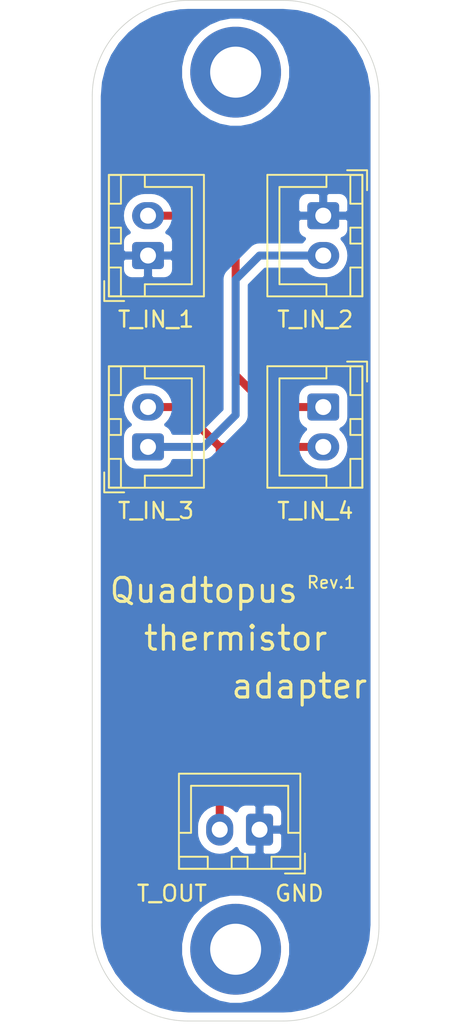
<source format=kicad_pcb>
(kicad_pcb (version 20171130) (host pcbnew 5.1.9+dfsg1-1)

  (general
    (thickness 1.6)
    (drawings 18)
    (tracks 14)
    (zones 0)
    (modules 7)
    (nets 5)
  )

  (page A4)
  (layers
    (0 F.Cu signal)
    (31 B.Cu signal)
    (32 B.Adhes user)
    (33 F.Adhes user)
    (34 B.Paste user)
    (35 F.Paste user)
    (36 B.SilkS user)
    (37 F.SilkS user)
    (38 B.Mask user)
    (39 F.Mask user)
    (40 Dwgs.User user)
    (41 Cmts.User user)
    (42 Eco1.User user)
    (43 Eco2.User user)
    (44 Edge.Cuts user)
    (45 Margin user)
    (46 B.CrtYd user)
    (47 F.CrtYd user)
    (48 B.Fab user)
    (49 F.Fab user)
  )

  (setup
    (last_trace_width 0.5)
    (user_trace_width 0.5)
    (trace_clearance 0.2)
    (zone_clearance 0.508)
    (zone_45_only no)
    (trace_min 0.2)
    (via_size 0.8)
    (via_drill 0.4)
    (via_min_size 0.4)
    (via_min_drill 0.3)
    (uvia_size 0.3)
    (uvia_drill 0.1)
    (uvias_allowed no)
    (uvia_min_size 0.2)
    (uvia_min_drill 0.1)
    (edge_width 0.05)
    (segment_width 0.2)
    (pcb_text_width 0.3)
    (pcb_text_size 1.5 1.5)
    (mod_edge_width 0.12)
    (mod_text_size 1 1)
    (mod_text_width 0.15)
    (pad_size 1.524 1.524)
    (pad_drill 0.762)
    (pad_to_mask_clearance 0)
    (aux_axis_origin 0 0)
    (visible_elements FFFFFF7F)
    (pcbplotparams
      (layerselection 0x010fc_ffffffff)
      (usegerberextensions true)
      (usegerberattributes false)
      (usegerberadvancedattributes false)
      (creategerberjobfile false)
      (excludeedgelayer true)
      (linewidth 0.100000)
      (plotframeref false)
      (viasonmask false)
      (mode 1)
      (useauxorigin false)
      (hpglpennumber 1)
      (hpglpenspeed 20)
      (hpglpendiameter 15.000000)
      (psnegative false)
      (psa4output false)
      (plotreference true)
      (plotvalue false)
      (plotinvisibletext false)
      (padsonsilk false)
      (subtractmaskfromsilk true)
      (outputformat 1)
      (mirror false)
      (drillshape 0)
      (scaleselection 1)
      (outputdirectory "geber/"))
  )

  (net 0 "")
  (net 1 "Net-(J1-Pad1)")
  (net 2 "Net-(J1-Pad2)")
  (net 3 "Net-(J2-Pad1)")
  (net 4 "Net-(J4-Pad1)")

  (net_class Default "This is the default net class."
    (clearance 0.2)
    (trace_width 0.25)
    (via_dia 0.8)
    (via_drill 0.4)
    (uvia_dia 0.3)
    (uvia_drill 0.1)
    (add_net "Net-(J1-Pad1)")
    (add_net "Net-(J1-Pad2)")
    (add_net "Net-(J2-Pad1)")
    (add_net "Net-(J4-Pad1)")
  )

  (module MountingHole:MountingHole_3.2mm_M3_ISO7380_Pad (layer F.Cu) (tedit 56D1B4CB) (tstamp 63D3D8D7)
    (at 132 137.5)
    (descr "Mounting Hole 3.2mm, M3, ISO7380")
    (tags "mounting hole 3.2mm m3 iso7380")
    (attr virtual)
    (fp_text reference REF** (at 0 -3.85) (layer F.SilkS) hide
      (effects (font (size 1 1) (thickness 0.15)))
    )
    (fp_text value MountingHole_3.2mm_M3_ISO7380_Pad (at 0 3.85) (layer F.Fab)
      (effects (font (size 1 1) (thickness 0.15)))
    )
    (fp_text user %R (at 0.3 0) (layer F.Fab)
      (effects (font (size 1 1) (thickness 0.15)))
    )
    (fp_circle (center 0 0) (end 2.85 0) (layer Cmts.User) (width 0.15))
    (fp_circle (center 0 0) (end 3.1 0) (layer F.CrtYd) (width 0.05))
    (pad 1 thru_hole circle (at 0 0) (size 5.7 5.7) (drill 3.2) (layers *.Cu *.Mask))
  )

  (module MountingHole:MountingHole_3.2mm_M3_ISO7380_Pad (layer F.Cu) (tedit 56D1B4CB) (tstamp 63D3D8BA)
    (at 132 82.5)
    (descr "Mounting Hole 3.2mm, M3, ISO7380")
    (tags "mounting hole 3.2mm m3 iso7380")
    (attr virtual)
    (fp_text reference REF** (at 0 -3.85) (layer F.SilkS) hide
      (effects (font (size 1 1) (thickness 0.15)))
    )
    (fp_text value MountingHole_3.2mm_M3_ISO7380_Pad (at 0 3.85) (layer F.Fab)
      (effects (font (size 1 1) (thickness 0.15)))
    )
    (fp_text user %R (at 0.3 0) (layer F.Fab)
      (effects (font (size 1 1) (thickness 0.15)))
    )
    (fp_circle (center 0 0) (end 2.85 0) (layer Cmts.User) (width 0.15))
    (fp_circle (center 0 0) (end 3.1 0) (layer F.CrtYd) (width 0.05))
    (pad 1 thru_hole circle (at 0 0) (size 5.7 5.7) (drill 3.2) (layers *.Cu *.Mask))
  )

  (module Connector_JST:JST_XH_B2B-XH-A_1x02_P2.50mm_Vertical (layer F.Cu) (tedit 5C28146C) (tstamp 63D3823A)
    (at 133.5 130 180)
    (descr "JST XH series connector, B2B-XH-A (http://www.jst-mfg.com/product/pdf/eng/eXH.pdf), generated with kicad-footprint-generator")
    (tags "connector JST XH vertical")
    (path /63D376C5)
    (fp_text reference J1 (at 1.25 -3.55 180) (layer F.SilkS) hide
      (effects (font (size 1 1) (thickness 0.15)))
    )
    (fp_text value Conn_01x02_Female (at 1.25 4.6) (layer F.Fab)
      (effects (font (size 1 1) (thickness 0.15)))
    )
    (fp_line (start -2.85 -2.75) (end -2.85 -1.5) (layer F.SilkS) (width 0.12))
    (fp_line (start -1.6 -2.75) (end -2.85 -2.75) (layer F.SilkS) (width 0.12))
    (fp_line (start 4.3 2.75) (end 1.25 2.75) (layer F.SilkS) (width 0.12))
    (fp_line (start 4.3 -0.2) (end 4.3 2.75) (layer F.SilkS) (width 0.12))
    (fp_line (start 5.05 -0.2) (end 4.3 -0.2) (layer F.SilkS) (width 0.12))
    (fp_line (start -1.8 2.75) (end 1.25 2.75) (layer F.SilkS) (width 0.12))
    (fp_line (start -1.8 -0.2) (end -1.8 2.75) (layer F.SilkS) (width 0.12))
    (fp_line (start -2.55 -0.2) (end -1.8 -0.2) (layer F.SilkS) (width 0.12))
    (fp_line (start 5.05 -2.45) (end 3.25 -2.45) (layer F.SilkS) (width 0.12))
    (fp_line (start 5.05 -1.7) (end 5.05 -2.45) (layer F.SilkS) (width 0.12))
    (fp_line (start 3.25 -1.7) (end 5.05 -1.7) (layer F.SilkS) (width 0.12))
    (fp_line (start 3.25 -2.45) (end 3.25 -1.7) (layer F.SilkS) (width 0.12))
    (fp_line (start -0.75 -2.45) (end -2.55 -2.45) (layer F.SilkS) (width 0.12))
    (fp_line (start -0.75 -1.7) (end -0.75 -2.45) (layer F.SilkS) (width 0.12))
    (fp_line (start -2.55 -1.7) (end -0.75 -1.7) (layer F.SilkS) (width 0.12))
    (fp_line (start -2.55 -2.45) (end -2.55 -1.7) (layer F.SilkS) (width 0.12))
    (fp_line (start 1.75 -2.45) (end 0.75 -2.45) (layer F.SilkS) (width 0.12))
    (fp_line (start 1.75 -1.7) (end 1.75 -2.45) (layer F.SilkS) (width 0.12))
    (fp_line (start 0.75 -1.7) (end 1.75 -1.7) (layer F.SilkS) (width 0.12))
    (fp_line (start 0.75 -2.45) (end 0.75 -1.7) (layer F.SilkS) (width 0.12))
    (fp_line (start 0 -1.35) (end 0.625 -2.35) (layer F.Fab) (width 0.1))
    (fp_line (start -0.625 -2.35) (end 0 -1.35) (layer F.Fab) (width 0.1))
    (fp_line (start 5.45 -2.85) (end -2.95 -2.85) (layer F.CrtYd) (width 0.05))
    (fp_line (start 5.45 3.9) (end 5.45 -2.85) (layer F.CrtYd) (width 0.05))
    (fp_line (start -2.95 3.9) (end 5.45 3.9) (layer F.CrtYd) (width 0.05))
    (fp_line (start -2.95 -2.85) (end -2.95 3.9) (layer F.CrtYd) (width 0.05))
    (fp_line (start 5.06 -2.46) (end -2.56 -2.46) (layer F.SilkS) (width 0.12))
    (fp_line (start 5.06 3.51) (end 5.06 -2.46) (layer F.SilkS) (width 0.12))
    (fp_line (start -2.56 3.51) (end 5.06 3.51) (layer F.SilkS) (width 0.12))
    (fp_line (start -2.56 -2.46) (end -2.56 3.51) (layer F.SilkS) (width 0.12))
    (fp_line (start 4.95 -2.35) (end -2.45 -2.35) (layer F.Fab) (width 0.1))
    (fp_line (start 4.95 3.4) (end 4.95 -2.35) (layer F.Fab) (width 0.1))
    (fp_line (start -2.45 3.4) (end 4.95 3.4) (layer F.Fab) (width 0.1))
    (fp_line (start -2.45 -2.35) (end -2.45 3.4) (layer F.Fab) (width 0.1))
    (fp_text user %R (at 1.25 2.7) (layer F.Fab)
      (effects (font (size 1 1) (thickness 0.15)))
    )
    (pad 1 thru_hole roundrect (at 0 0 180) (size 1.7 2) (drill 1) (layers *.Cu *.Mask) (roundrect_rratio 0.1470588235294118)
      (net 1 "Net-(J1-Pad1)"))
    (pad 2 thru_hole oval (at 2.5 0 180) (size 1.7 2) (drill 1) (layers *.Cu *.Mask)
      (net 2 "Net-(J1-Pad2)"))
    (model ${KISYS3DMOD}/Connector_JST.3dshapes/JST_XH_B2B-XH-A_1x02_P2.50mm_Vertical.wrl
      (at (xyz 0 0 0))
      (scale (xyz 1 1 1))
      (rotate (xyz 0 0 0))
    )
  )

  (module Connector_JST:JST_XH_B2B-XH-A_1x02_P2.50mm_Vertical (layer F.Cu) (tedit 5C28146C) (tstamp 63D38263)
    (at 137.5 103.5 270)
    (descr "JST XH series connector, B2B-XH-A (http://www.jst-mfg.com/product/pdf/eng/eXH.pdf), generated with kicad-footprint-generator")
    (tags "connector JST XH vertical")
    (path /63D37C9D)
    (fp_text reference J2 (at 1.25 -3.55 90) (layer F.SilkS) hide
      (effects (font (size 1 1) (thickness 0.15)))
    )
    (fp_text value Conn_01x02_Female (at 1.25 4.6 90) (layer F.Fab)
      (effects (font (size 1 1) (thickness 0.15)))
    )
    (fp_line (start -2.85 -2.75) (end -2.85 -1.5) (layer F.SilkS) (width 0.12))
    (fp_line (start -1.6 -2.75) (end -2.85 -2.75) (layer F.SilkS) (width 0.12))
    (fp_line (start 4.3 2.75) (end 1.25 2.75) (layer F.SilkS) (width 0.12))
    (fp_line (start 4.3 -0.2) (end 4.3 2.75) (layer F.SilkS) (width 0.12))
    (fp_line (start 5.05 -0.2) (end 4.3 -0.2) (layer F.SilkS) (width 0.12))
    (fp_line (start -1.8 2.75) (end 1.25 2.75) (layer F.SilkS) (width 0.12))
    (fp_line (start -1.8 -0.2) (end -1.8 2.75) (layer F.SilkS) (width 0.12))
    (fp_line (start -2.55 -0.2) (end -1.8 -0.2) (layer F.SilkS) (width 0.12))
    (fp_line (start 5.05 -2.45) (end 3.25 -2.45) (layer F.SilkS) (width 0.12))
    (fp_line (start 5.05 -1.7) (end 5.05 -2.45) (layer F.SilkS) (width 0.12))
    (fp_line (start 3.25 -1.7) (end 5.05 -1.7) (layer F.SilkS) (width 0.12))
    (fp_line (start 3.25 -2.45) (end 3.25 -1.7) (layer F.SilkS) (width 0.12))
    (fp_line (start -0.75 -2.45) (end -2.55 -2.45) (layer F.SilkS) (width 0.12))
    (fp_line (start -0.75 -1.7) (end -0.75 -2.45) (layer F.SilkS) (width 0.12))
    (fp_line (start -2.55 -1.7) (end -0.75 -1.7) (layer F.SilkS) (width 0.12))
    (fp_line (start -2.55 -2.45) (end -2.55 -1.7) (layer F.SilkS) (width 0.12))
    (fp_line (start 1.75 -2.45) (end 0.75 -2.45) (layer F.SilkS) (width 0.12))
    (fp_line (start 1.75 -1.7) (end 1.75 -2.45) (layer F.SilkS) (width 0.12))
    (fp_line (start 0.75 -1.7) (end 1.75 -1.7) (layer F.SilkS) (width 0.12))
    (fp_line (start 0.75 -2.45) (end 0.75 -1.7) (layer F.SilkS) (width 0.12))
    (fp_line (start 0 -1.35) (end 0.625 -2.35) (layer F.Fab) (width 0.1))
    (fp_line (start -0.625 -2.35) (end 0 -1.35) (layer F.Fab) (width 0.1))
    (fp_line (start 5.45 -2.85) (end -2.95 -2.85) (layer F.CrtYd) (width 0.05))
    (fp_line (start 5.45 3.9) (end 5.45 -2.85) (layer F.CrtYd) (width 0.05))
    (fp_line (start -2.95 3.9) (end 5.45 3.9) (layer F.CrtYd) (width 0.05))
    (fp_line (start -2.95 -2.85) (end -2.95 3.9) (layer F.CrtYd) (width 0.05))
    (fp_line (start 5.06 -2.46) (end -2.56 -2.46) (layer F.SilkS) (width 0.12))
    (fp_line (start 5.06 3.51) (end 5.06 -2.46) (layer F.SilkS) (width 0.12))
    (fp_line (start -2.56 3.51) (end 5.06 3.51) (layer F.SilkS) (width 0.12))
    (fp_line (start -2.56 -2.46) (end -2.56 3.51) (layer F.SilkS) (width 0.12))
    (fp_line (start 4.95 -2.35) (end -2.45 -2.35) (layer F.Fab) (width 0.1))
    (fp_line (start 4.95 3.4) (end 4.95 -2.35) (layer F.Fab) (width 0.1))
    (fp_line (start -2.45 3.4) (end 4.95 3.4) (layer F.Fab) (width 0.1))
    (fp_line (start -2.45 -2.35) (end -2.45 3.4) (layer F.Fab) (width 0.1))
    (fp_text user %R (at 1.25 2.7 90) (layer F.Fab)
      (effects (font (size 1 1) (thickness 0.15)))
    )
    (pad 1 thru_hole roundrect (at 0 0 270) (size 1.7 2) (drill 1) (layers *.Cu *.Mask) (roundrect_rratio 0.1470588235294118)
      (net 3 "Net-(J2-Pad1)"))
    (pad 2 thru_hole oval (at 2.5 0 270) (size 1.7 2) (drill 1) (layers *.Cu *.Mask)
      (net 2 "Net-(J1-Pad2)"))
    (model ${KISYS3DMOD}/Connector_JST.3dshapes/JST_XH_B2B-XH-A_1x02_P2.50mm_Vertical.wrl
      (at (xyz 0 0 0))
      (scale (xyz 1 1 1))
      (rotate (xyz 0 0 0))
    )
  )

  (module Connector_JST:JST_XH_B2B-XH-A_1x02_P2.50mm_Vertical (layer F.Cu) (tedit 5C28146C) (tstamp 63D3828C)
    (at 126.5 94 90)
    (descr "JST XH series connector, B2B-XH-A (http://www.jst-mfg.com/product/pdf/eng/eXH.pdf), generated with kicad-footprint-generator")
    (tags "connector JST XH vertical")
    (path /63D38534)
    (fp_text reference J3 (at 1.25 -3.55 90) (layer F.SilkS) hide
      (effects (font (size 1 1) (thickness 0.15)))
    )
    (fp_text value Conn_01x02_Female (at 1.25 4.6 90) (layer F.Fab)
      (effects (font (size 1 1) (thickness 0.15)))
    )
    (fp_text user %R (at 1.25 2.7 90) (layer F.Fab)
      (effects (font (size 1 1) (thickness 0.15)))
    )
    (fp_line (start -2.45 -2.35) (end -2.45 3.4) (layer F.Fab) (width 0.1))
    (fp_line (start -2.45 3.4) (end 4.95 3.4) (layer F.Fab) (width 0.1))
    (fp_line (start 4.95 3.4) (end 4.95 -2.35) (layer F.Fab) (width 0.1))
    (fp_line (start 4.95 -2.35) (end -2.45 -2.35) (layer F.Fab) (width 0.1))
    (fp_line (start -2.56 -2.46) (end -2.56 3.51) (layer F.SilkS) (width 0.12))
    (fp_line (start -2.56 3.51) (end 5.06 3.51) (layer F.SilkS) (width 0.12))
    (fp_line (start 5.06 3.51) (end 5.06 -2.46) (layer F.SilkS) (width 0.12))
    (fp_line (start 5.06 -2.46) (end -2.56 -2.46) (layer F.SilkS) (width 0.12))
    (fp_line (start -2.95 -2.85) (end -2.95 3.9) (layer F.CrtYd) (width 0.05))
    (fp_line (start -2.95 3.9) (end 5.45 3.9) (layer F.CrtYd) (width 0.05))
    (fp_line (start 5.45 3.9) (end 5.45 -2.85) (layer F.CrtYd) (width 0.05))
    (fp_line (start 5.45 -2.85) (end -2.95 -2.85) (layer F.CrtYd) (width 0.05))
    (fp_line (start -0.625 -2.35) (end 0 -1.35) (layer F.Fab) (width 0.1))
    (fp_line (start 0 -1.35) (end 0.625 -2.35) (layer F.Fab) (width 0.1))
    (fp_line (start 0.75 -2.45) (end 0.75 -1.7) (layer F.SilkS) (width 0.12))
    (fp_line (start 0.75 -1.7) (end 1.75 -1.7) (layer F.SilkS) (width 0.12))
    (fp_line (start 1.75 -1.7) (end 1.75 -2.45) (layer F.SilkS) (width 0.12))
    (fp_line (start 1.75 -2.45) (end 0.75 -2.45) (layer F.SilkS) (width 0.12))
    (fp_line (start -2.55 -2.45) (end -2.55 -1.7) (layer F.SilkS) (width 0.12))
    (fp_line (start -2.55 -1.7) (end -0.75 -1.7) (layer F.SilkS) (width 0.12))
    (fp_line (start -0.75 -1.7) (end -0.75 -2.45) (layer F.SilkS) (width 0.12))
    (fp_line (start -0.75 -2.45) (end -2.55 -2.45) (layer F.SilkS) (width 0.12))
    (fp_line (start 3.25 -2.45) (end 3.25 -1.7) (layer F.SilkS) (width 0.12))
    (fp_line (start 3.25 -1.7) (end 5.05 -1.7) (layer F.SilkS) (width 0.12))
    (fp_line (start 5.05 -1.7) (end 5.05 -2.45) (layer F.SilkS) (width 0.12))
    (fp_line (start 5.05 -2.45) (end 3.25 -2.45) (layer F.SilkS) (width 0.12))
    (fp_line (start -2.55 -0.2) (end -1.8 -0.2) (layer F.SilkS) (width 0.12))
    (fp_line (start -1.8 -0.2) (end -1.8 2.75) (layer F.SilkS) (width 0.12))
    (fp_line (start -1.8 2.75) (end 1.25 2.75) (layer F.SilkS) (width 0.12))
    (fp_line (start 5.05 -0.2) (end 4.3 -0.2) (layer F.SilkS) (width 0.12))
    (fp_line (start 4.3 -0.2) (end 4.3 2.75) (layer F.SilkS) (width 0.12))
    (fp_line (start 4.3 2.75) (end 1.25 2.75) (layer F.SilkS) (width 0.12))
    (fp_line (start -1.6 -2.75) (end -2.85 -2.75) (layer F.SilkS) (width 0.12))
    (fp_line (start -2.85 -2.75) (end -2.85 -1.5) (layer F.SilkS) (width 0.12))
    (pad 2 thru_hole oval (at 2.5 0 90) (size 1.7 2) (drill 1) (layers *.Cu *.Mask)
      (net 3 "Net-(J2-Pad1)"))
    (pad 1 thru_hole roundrect (at 0 0 90) (size 1.7 2) (drill 1) (layers *.Cu *.Mask) (roundrect_rratio 0.1470588235294118)
      (net 1 "Net-(J1-Pad1)"))
    (model ${KISYS3DMOD}/Connector_JST.3dshapes/JST_XH_B2B-XH-A_1x02_P2.50mm_Vertical.wrl
      (at (xyz 0 0 0))
      (scale (xyz 1 1 1))
      (rotate (xyz 0 0 0))
    )
  )

  (module Connector_JST:JST_XH_B2B-XH-A_1x02_P2.50mm_Vertical (layer F.Cu) (tedit 5C28146C) (tstamp 63D382B5)
    (at 126.5 106 90)
    (descr "JST XH series connector, B2B-XH-A (http://www.jst-mfg.com/product/pdf/eng/eXH.pdf), generated with kicad-footprint-generator")
    (tags "connector JST XH vertical")
    (path /63D38782)
    (fp_text reference J4 (at 1.25 -3.55 90) (layer F.SilkS) hide
      (effects (font (size 1 1) (thickness 0.15)))
    )
    (fp_text value Conn_01x02_Female (at 1.25 4.6 90) (layer F.Fab)
      (effects (font (size 1 1) (thickness 0.15)))
    )
    (fp_line (start -2.85 -2.75) (end -2.85 -1.5) (layer F.SilkS) (width 0.12))
    (fp_line (start -1.6 -2.75) (end -2.85 -2.75) (layer F.SilkS) (width 0.12))
    (fp_line (start 4.3 2.75) (end 1.25 2.75) (layer F.SilkS) (width 0.12))
    (fp_line (start 4.3 -0.2) (end 4.3 2.75) (layer F.SilkS) (width 0.12))
    (fp_line (start 5.05 -0.2) (end 4.3 -0.2) (layer F.SilkS) (width 0.12))
    (fp_line (start -1.8 2.75) (end 1.25 2.75) (layer F.SilkS) (width 0.12))
    (fp_line (start -1.8 -0.2) (end -1.8 2.75) (layer F.SilkS) (width 0.12))
    (fp_line (start -2.55 -0.2) (end -1.8 -0.2) (layer F.SilkS) (width 0.12))
    (fp_line (start 5.05 -2.45) (end 3.25 -2.45) (layer F.SilkS) (width 0.12))
    (fp_line (start 5.05 -1.7) (end 5.05 -2.45) (layer F.SilkS) (width 0.12))
    (fp_line (start 3.25 -1.7) (end 5.05 -1.7) (layer F.SilkS) (width 0.12))
    (fp_line (start 3.25 -2.45) (end 3.25 -1.7) (layer F.SilkS) (width 0.12))
    (fp_line (start -0.75 -2.45) (end -2.55 -2.45) (layer F.SilkS) (width 0.12))
    (fp_line (start -0.75 -1.7) (end -0.75 -2.45) (layer F.SilkS) (width 0.12))
    (fp_line (start -2.55 -1.7) (end -0.75 -1.7) (layer F.SilkS) (width 0.12))
    (fp_line (start -2.55 -2.45) (end -2.55 -1.7) (layer F.SilkS) (width 0.12))
    (fp_line (start 1.75 -2.45) (end 0.75 -2.45) (layer F.SilkS) (width 0.12))
    (fp_line (start 1.75 -1.7) (end 1.75 -2.45) (layer F.SilkS) (width 0.12))
    (fp_line (start 0.75 -1.7) (end 1.75 -1.7) (layer F.SilkS) (width 0.12))
    (fp_line (start 0.75 -2.45) (end 0.75 -1.7) (layer F.SilkS) (width 0.12))
    (fp_line (start 0 -1.35) (end 0.625 -2.35) (layer F.Fab) (width 0.1))
    (fp_line (start -0.625 -2.35) (end 0 -1.35) (layer F.Fab) (width 0.1))
    (fp_line (start 5.45 -2.85) (end -2.95 -2.85) (layer F.CrtYd) (width 0.05))
    (fp_line (start 5.45 3.9) (end 5.45 -2.85) (layer F.CrtYd) (width 0.05))
    (fp_line (start -2.95 3.9) (end 5.45 3.9) (layer F.CrtYd) (width 0.05))
    (fp_line (start -2.95 -2.85) (end -2.95 3.9) (layer F.CrtYd) (width 0.05))
    (fp_line (start 5.06 -2.46) (end -2.56 -2.46) (layer F.SilkS) (width 0.12))
    (fp_line (start 5.06 3.51) (end 5.06 -2.46) (layer F.SilkS) (width 0.12))
    (fp_line (start -2.56 3.51) (end 5.06 3.51) (layer F.SilkS) (width 0.12))
    (fp_line (start -2.56 -2.46) (end -2.56 3.51) (layer F.SilkS) (width 0.12))
    (fp_line (start 4.95 -2.35) (end -2.45 -2.35) (layer F.Fab) (width 0.1))
    (fp_line (start 4.95 3.4) (end 4.95 -2.35) (layer F.Fab) (width 0.1))
    (fp_line (start -2.45 3.4) (end 4.95 3.4) (layer F.Fab) (width 0.1))
    (fp_line (start -2.45 -2.35) (end -2.45 3.4) (layer F.Fab) (width 0.1))
    (fp_text user %R (at 1.25 2.7 90) (layer F.Fab)
      (effects (font (size 1 1) (thickness 0.15)))
    )
    (pad 1 thru_hole roundrect (at 0 0 90) (size 1.7 2) (drill 1) (layers *.Cu *.Mask) (roundrect_rratio 0.1470588235294118)
      (net 4 "Net-(J4-Pad1)"))
    (pad 2 thru_hole oval (at 2.5 0 90) (size 1.7 2) (drill 1) (layers *.Cu *.Mask)
      (net 2 "Net-(J1-Pad2)"))
    (model ${KISYS3DMOD}/Connector_JST.3dshapes/JST_XH_B2B-XH-A_1x02_P2.50mm_Vertical.wrl
      (at (xyz 0 0 0))
      (scale (xyz 1 1 1))
      (rotate (xyz 0 0 0))
    )
  )

  (module Connector_JST:JST_XH_B2B-XH-A_1x02_P2.50mm_Vertical (layer F.Cu) (tedit 5C28146C) (tstamp 63D382DE)
    (at 137.5 91.5 270)
    (descr "JST XH series connector, B2B-XH-A (http://www.jst-mfg.com/product/pdf/eng/eXH.pdf), generated with kicad-footprint-generator")
    (tags "connector JST XH vertical")
    (path /63D38BE2)
    (fp_text reference J5 (at 1.25 -3.55 90) (layer F.SilkS) hide
      (effects (font (size 1 1) (thickness 0.15)))
    )
    (fp_text value Conn_01x02_Female (at 1.25 4.6 90) (layer F.Fab)
      (effects (font (size 1 1) (thickness 0.15)))
    )
    (fp_text user %R (at 1.25 2.7 90) (layer F.Fab)
      (effects (font (size 1 1) (thickness 0.15)))
    )
    (fp_line (start -2.45 -2.35) (end -2.45 3.4) (layer F.Fab) (width 0.1))
    (fp_line (start -2.45 3.4) (end 4.95 3.4) (layer F.Fab) (width 0.1))
    (fp_line (start 4.95 3.4) (end 4.95 -2.35) (layer F.Fab) (width 0.1))
    (fp_line (start 4.95 -2.35) (end -2.45 -2.35) (layer F.Fab) (width 0.1))
    (fp_line (start -2.56 -2.46) (end -2.56 3.51) (layer F.SilkS) (width 0.12))
    (fp_line (start -2.56 3.51) (end 5.06 3.51) (layer F.SilkS) (width 0.12))
    (fp_line (start 5.06 3.51) (end 5.06 -2.46) (layer F.SilkS) (width 0.12))
    (fp_line (start 5.06 -2.46) (end -2.56 -2.46) (layer F.SilkS) (width 0.12))
    (fp_line (start -2.95 -2.85) (end -2.95 3.9) (layer F.CrtYd) (width 0.05))
    (fp_line (start -2.95 3.9) (end 5.45 3.9) (layer F.CrtYd) (width 0.05))
    (fp_line (start 5.45 3.9) (end 5.45 -2.85) (layer F.CrtYd) (width 0.05))
    (fp_line (start 5.45 -2.85) (end -2.95 -2.85) (layer F.CrtYd) (width 0.05))
    (fp_line (start -0.625 -2.35) (end 0 -1.35) (layer F.Fab) (width 0.1))
    (fp_line (start 0 -1.35) (end 0.625 -2.35) (layer F.Fab) (width 0.1))
    (fp_line (start 0.75 -2.45) (end 0.75 -1.7) (layer F.SilkS) (width 0.12))
    (fp_line (start 0.75 -1.7) (end 1.75 -1.7) (layer F.SilkS) (width 0.12))
    (fp_line (start 1.75 -1.7) (end 1.75 -2.45) (layer F.SilkS) (width 0.12))
    (fp_line (start 1.75 -2.45) (end 0.75 -2.45) (layer F.SilkS) (width 0.12))
    (fp_line (start -2.55 -2.45) (end -2.55 -1.7) (layer F.SilkS) (width 0.12))
    (fp_line (start -2.55 -1.7) (end -0.75 -1.7) (layer F.SilkS) (width 0.12))
    (fp_line (start -0.75 -1.7) (end -0.75 -2.45) (layer F.SilkS) (width 0.12))
    (fp_line (start -0.75 -2.45) (end -2.55 -2.45) (layer F.SilkS) (width 0.12))
    (fp_line (start 3.25 -2.45) (end 3.25 -1.7) (layer F.SilkS) (width 0.12))
    (fp_line (start 3.25 -1.7) (end 5.05 -1.7) (layer F.SilkS) (width 0.12))
    (fp_line (start 5.05 -1.7) (end 5.05 -2.45) (layer F.SilkS) (width 0.12))
    (fp_line (start 5.05 -2.45) (end 3.25 -2.45) (layer F.SilkS) (width 0.12))
    (fp_line (start -2.55 -0.2) (end -1.8 -0.2) (layer F.SilkS) (width 0.12))
    (fp_line (start -1.8 -0.2) (end -1.8 2.75) (layer F.SilkS) (width 0.12))
    (fp_line (start -1.8 2.75) (end 1.25 2.75) (layer F.SilkS) (width 0.12))
    (fp_line (start 5.05 -0.2) (end 4.3 -0.2) (layer F.SilkS) (width 0.12))
    (fp_line (start 4.3 -0.2) (end 4.3 2.75) (layer F.SilkS) (width 0.12))
    (fp_line (start 4.3 2.75) (end 1.25 2.75) (layer F.SilkS) (width 0.12))
    (fp_line (start -1.6 -2.75) (end -2.85 -2.75) (layer F.SilkS) (width 0.12))
    (fp_line (start -2.85 -2.75) (end -2.85 -1.5) (layer F.SilkS) (width 0.12))
    (pad 2 thru_hole oval (at 2.5 0 270) (size 1.7 2) (drill 1) (layers *.Cu *.Mask)
      (net 4 "Net-(J4-Pad1)"))
    (pad 1 thru_hole roundrect (at 0 0 270) (size 1.7 2) (drill 1) (layers *.Cu *.Mask) (roundrect_rratio 0.1470588235294118)
      (net 1 "Net-(J1-Pad1)"))
    (model ${KISYS3DMOD}/Connector_JST.3dshapes/JST_XH_B2B-XH-A_1x02_P2.50mm_Vertical.wrl
      (at (xyz 0 0 0))
      (scale (xyz 1 1 1))
      (rotate (xyz 0 0 0))
    )
  )

  (gr_text Rev.1 (at 138 114.5) (layer F.SilkS)
    (effects (font (size 0.75 0.75) (thickness 0.12)))
  )
  (gr_text adapter (at 136 121) (layer F.SilkS)
    (effects (font (size 1.5 1.5) (thickness 0.2)))
  )
  (gr_text thermistor (at 132 118) (layer F.SilkS)
    (effects (font (size 1.5 1.5) (thickness 0.2)))
  )
  (gr_text Quadtopus (at 130 115) (layer F.SilkS)
    (effects (font (size 1.5 1.5) (thickness 0.2)))
  )
  (gr_text T_IN_4 (at 137 110) (layer F.SilkS)
    (effects (font (size 1 1) (thickness 0.15)))
  )
  (gr_text T_IN_3 (at 127 110) (layer F.SilkS)
    (effects (font (size 1 1) (thickness 0.15)))
  )
  (gr_text T_IN_2 (at 137 98) (layer F.SilkS)
    (effects (font (size 1 1) (thickness 0.15)))
  )
  (gr_text T_IN_1 (at 127 98) (layer F.SilkS)
    (effects (font (size 1 1) (thickness 0.15)))
  )
  (gr_text GND (at 136 134) (layer F.SilkS)
    (effects (font (size 1 1) (thickness 0.15)))
  )
  (gr_text T_OUT (at 128 134) (layer F.SilkS)
    (effects (font (size 1 1) (thickness 0.15)))
  )
  (gr_line (start 141 136) (end 141 84) (layer Edge.Cuts) (width 0.05) (tstamp 63D3E5F1))
  (gr_line (start 129 142) (end 135 142) (layer Edge.Cuts) (width 0.05) (tstamp 63D3E5F0))
  (gr_line (start 123 84) (end 123 136) (layer Edge.Cuts) (width 0.05) (tstamp 63D3E5EF))
  (gr_line (start 129 78) (end 135 78) (layer Edge.Cuts) (width 0.05) (tstamp 63D3E5EE))
  (gr_arc (start 135 136) (end 135 142) (angle -90) (layer Edge.Cuts) (width 0.05))
  (gr_arc (start 129 136) (end 123 136) (angle -90) (layer Edge.Cuts) (width 0.05))
  (gr_arc (start 135 84) (end 141 84) (angle -90) (layer Edge.Cuts) (width 0.05))
  (gr_arc (start 129 84) (end 129 78) (angle -90) (layer Edge.Cuts) (width 0.05))

  (segment (start 131 130) (end 131 106) (width 0.5) (layer F.Cu) (net 2))
  (segment (start 131 106) (end 128.5 103.5) (width 0.5) (layer F.Cu) (net 2))
  (segment (start 128.5 103.5) (end 126.5 103.5) (width 0.5) (layer F.Cu) (net 2))
  (segment (start 137.5 106) (end 131 106) (width 0.5) (layer F.Cu) (net 2))
  (segment (start 126.5 91.5) (end 129.5 91.5) (width 0.5) (layer F.Cu) (net 3))
  (segment (start 129.5 91.5) (end 132 94) (width 0.5) (layer F.Cu) (net 3))
  (segment (start 132 94) (end 132 101.5) (width 0.5) (layer F.Cu) (net 3))
  (segment (start 134 103.5) (end 137.5 103.5) (width 0.5) (layer F.Cu) (net 3))
  (segment (start 132 101.5) (end 134 103.5) (width 0.5) (layer F.Cu) (net 3))
  (segment (start 133.5 94) (end 137.5 94) (width 0.5) (layer B.Cu) (net 4))
  (segment (start 132 95.5) (end 133.5 94) (width 0.5) (layer B.Cu) (net 4))
  (segment (start 132 104) (end 132 95.5) (width 0.5) (layer B.Cu) (net 4))
  (segment (start 130 106) (end 132 104) (width 0.5) (layer B.Cu) (net 4))
  (segment (start 126.5 106) (end 130 106) (width 0.5) (layer B.Cu) (net 4))

  (zone (net 1) (net_name "Net-(J1-Pad1)") (layer B.Cu) (tstamp 63D3E738) (hatch edge 0.508)
    (connect_pads (clearance 0.508))
    (min_thickness 0.254)
    (fill yes (arc_segments 32) (thermal_gap 0.508) (thermal_bridge_width 0.508))
    (polygon
      (pts
        (xy 141 142) (xy 123 142) (xy 123 78) (xy 141 78)
      )
    )
    (filled_polygon
      (pts
        (xy 135.871797 78.733902) (xy 136.720182 78.947001) (xy 137.522371 79.295803) (xy 138.256818 79.770938) (xy 138.903798 80.359646)
        (xy 139.445946 81.046125) (xy 139.868692 81.811928) (xy 140.160684 82.636491) (xy 140.316116 83.509076) (xy 140.340001 84.015568)
        (xy 140.34 135.972911) (xy 140.266098 136.871802) (xy 140.052999 137.72018) (xy 139.704197 138.522371) (xy 139.229062 139.256818)
        (xy 138.640354 139.903799) (xy 137.953875 140.445946) (xy 137.188076 140.868691) (xy 136.363514 141.160683) (xy 135.490925 141.316116)
        (xy 134.984453 141.34) (xy 129.027089 141.34) (xy 128.128198 141.266098) (xy 127.27982 141.052999) (xy 126.477629 140.704197)
        (xy 125.743182 140.229062) (xy 125.096201 139.640354) (xy 124.554054 138.953875) (xy 124.131309 138.188076) (xy 123.839317 137.363514)
        (xy 123.802488 137.156758) (xy 128.515 137.156758) (xy 128.515 137.843242) (xy 128.648927 138.516537) (xy 128.911633 139.150766)
        (xy 129.293024 139.721558) (xy 129.778442 140.206976) (xy 130.349234 140.588367) (xy 130.983463 140.851073) (xy 131.656758 140.985)
        (xy 132.343242 140.985) (xy 133.016537 140.851073) (xy 133.650766 140.588367) (xy 134.221558 140.206976) (xy 134.706976 139.721558)
        (xy 135.088367 139.150766) (xy 135.351073 138.516537) (xy 135.485 137.843242) (xy 135.485 137.156758) (xy 135.351073 136.483463)
        (xy 135.088367 135.849234) (xy 134.706976 135.278442) (xy 134.221558 134.793024) (xy 133.650766 134.411633) (xy 133.016537 134.148927)
        (xy 132.343242 134.015) (xy 131.656758 134.015) (xy 130.983463 134.148927) (xy 130.349234 134.411633) (xy 129.778442 134.793024)
        (xy 129.293024 135.278442) (xy 128.911633 135.849234) (xy 128.648927 136.483463) (xy 128.515 137.156758) (xy 123.802488 137.156758)
        (xy 123.683884 136.490925) (xy 123.66 135.984453) (xy 123.66 129.77705) (xy 129.515 129.77705) (xy 129.515 130.222949)
        (xy 129.536487 130.44111) (xy 129.621401 130.721033) (xy 129.759294 130.979013) (xy 129.944866 131.205134) (xy 130.170986 131.390706)
        (xy 130.428966 131.528599) (xy 130.708889 131.613513) (xy 131 131.642185) (xy 131.29111 131.613513) (xy 131.571033 131.528599)
        (xy 131.829013 131.390706) (xy 132.049945 131.209392) (xy 132.060498 131.24418) (xy 132.119463 131.354494) (xy 132.198815 131.451185)
        (xy 132.295506 131.530537) (xy 132.40582 131.589502) (xy 132.525518 131.625812) (xy 132.65 131.638072) (xy 133.21425 131.635)
        (xy 133.373 131.47625) (xy 133.373 130.127) (xy 133.627 130.127) (xy 133.627 131.47625) (xy 133.78575 131.635)
        (xy 134.35 131.638072) (xy 134.474482 131.625812) (xy 134.59418 131.589502) (xy 134.704494 131.530537) (xy 134.801185 131.451185)
        (xy 134.880537 131.354494) (xy 134.939502 131.24418) (xy 134.975812 131.124482) (xy 134.988072 131) (xy 134.985 130.28575)
        (xy 134.82625 130.127) (xy 133.627 130.127) (xy 133.373 130.127) (xy 133.353 130.127) (xy 133.353 129.873)
        (xy 133.373 129.873) (xy 133.373 128.52375) (xy 133.627 128.52375) (xy 133.627 129.873) (xy 134.82625 129.873)
        (xy 134.985 129.71425) (xy 134.988072 129) (xy 134.975812 128.875518) (xy 134.939502 128.75582) (xy 134.880537 128.645506)
        (xy 134.801185 128.548815) (xy 134.704494 128.469463) (xy 134.59418 128.410498) (xy 134.474482 128.374188) (xy 134.35 128.361928)
        (xy 133.78575 128.365) (xy 133.627 128.52375) (xy 133.373 128.52375) (xy 133.21425 128.365) (xy 132.65 128.361928)
        (xy 132.525518 128.374188) (xy 132.40582 128.410498) (xy 132.295506 128.469463) (xy 132.198815 128.548815) (xy 132.119463 128.645506)
        (xy 132.060498 128.75582) (xy 132.049945 128.790608) (xy 131.829014 128.609294) (xy 131.571034 128.471401) (xy 131.291111 128.386487)
        (xy 131 128.357815) (xy 130.70889 128.386487) (xy 130.428967 128.471401) (xy 130.170987 128.609294) (xy 129.944866 128.794866)
        (xy 129.759294 129.020986) (xy 129.621401 129.278966) (xy 129.536487 129.558889) (xy 129.515 129.77705) (xy 123.66 129.77705)
        (xy 123.66 103.5) (xy 124.857815 103.5) (xy 124.886487 103.791111) (xy 124.971401 104.071034) (xy 125.109294 104.329014)
        (xy 125.294866 104.555134) (xy 125.358337 104.607223) (xy 125.256614 104.661595) (xy 125.122038 104.772038) (xy 125.011595 104.906614)
        (xy 124.929528 105.06015) (xy 124.878992 105.226746) (xy 124.861928 105.4) (xy 124.861928 106.6) (xy 124.878992 106.773254)
        (xy 124.929528 106.93985) (xy 125.011595 107.093386) (xy 125.122038 107.227962) (xy 125.256614 107.338405) (xy 125.41015 107.420472)
        (xy 125.576746 107.471008) (xy 125.75 107.488072) (xy 127.25 107.488072) (xy 127.423254 107.471008) (xy 127.58985 107.420472)
        (xy 127.743386 107.338405) (xy 127.877962 107.227962) (xy 127.988405 107.093386) (xy 128.070472 106.93985) (xy 128.08711 106.885)
        (xy 129.956531 106.885) (xy 130 106.889281) (xy 130.043469 106.885) (xy 130.043477 106.885) (xy 130.17349 106.872195)
        (xy 130.340313 106.821589) (xy 130.494059 106.739411) (xy 130.628817 106.628817) (xy 130.656534 106.595044) (xy 131.251578 106)
        (xy 135.857815 106) (xy 135.886487 106.291111) (xy 135.971401 106.571034) (xy 136.109294 106.829014) (xy 136.294866 107.055134)
        (xy 136.520986 107.240706) (xy 136.778966 107.378599) (xy 137.058889 107.463513) (xy 137.27705 107.485) (xy 137.72295 107.485)
        (xy 137.941111 107.463513) (xy 138.221034 107.378599) (xy 138.479014 107.240706) (xy 138.705134 107.055134) (xy 138.890706 106.829014)
        (xy 139.028599 106.571034) (xy 139.113513 106.291111) (xy 139.142185 106) (xy 139.113513 105.708889) (xy 139.028599 105.428966)
        (xy 138.890706 105.170986) (xy 138.705134 104.944866) (xy 138.641663 104.892777) (xy 138.743386 104.838405) (xy 138.877962 104.727962)
        (xy 138.988405 104.593386) (xy 139.070472 104.43985) (xy 139.121008 104.273254) (xy 139.138072 104.1) (xy 139.138072 102.9)
        (xy 139.121008 102.726746) (xy 139.070472 102.56015) (xy 138.988405 102.406614) (xy 138.877962 102.272038) (xy 138.743386 102.161595)
        (xy 138.58985 102.079528) (xy 138.423254 102.028992) (xy 138.25 102.011928) (xy 136.75 102.011928) (xy 136.576746 102.028992)
        (xy 136.41015 102.079528) (xy 136.256614 102.161595) (xy 136.122038 102.272038) (xy 136.011595 102.406614) (xy 135.929528 102.56015)
        (xy 135.878992 102.726746) (xy 135.861928 102.9) (xy 135.861928 104.1) (xy 135.878992 104.273254) (xy 135.929528 104.43985)
        (xy 136.011595 104.593386) (xy 136.122038 104.727962) (xy 136.256614 104.838405) (xy 136.358337 104.892777) (xy 136.294866 104.944866)
        (xy 136.109294 105.170986) (xy 135.971401 105.428966) (xy 135.886487 105.708889) (xy 135.857815 106) (xy 131.251578 106)
        (xy 132.59505 104.656529) (xy 132.628817 104.628817) (xy 132.739411 104.494059) (xy 132.821589 104.340313) (xy 132.872195 104.17349)
        (xy 132.885 104.043477) (xy 132.885 104.043467) (xy 132.889281 104.000001) (xy 132.885 103.956535) (xy 132.885 95.866578)
        (xy 133.866579 94.885) (xy 136.155241 94.885) (xy 136.294866 95.055134) (xy 136.520986 95.240706) (xy 136.778966 95.378599)
        (xy 137.058889 95.463513) (xy 137.27705 95.485) (xy 137.72295 95.485) (xy 137.941111 95.463513) (xy 138.221034 95.378599)
        (xy 138.479014 95.240706) (xy 138.705134 95.055134) (xy 138.890706 94.829014) (xy 139.028599 94.571034) (xy 139.113513 94.291111)
        (xy 139.142185 94) (xy 139.113513 93.708889) (xy 139.028599 93.428966) (xy 138.890706 93.170986) (xy 138.709392 92.950055)
        (xy 138.74418 92.939502) (xy 138.854494 92.880537) (xy 138.951185 92.801185) (xy 139.030537 92.704494) (xy 139.089502 92.59418)
        (xy 139.125812 92.474482) (xy 139.138072 92.35) (xy 139.135 91.78575) (xy 138.97625 91.627) (xy 137.627 91.627)
        (xy 137.627 91.647) (xy 137.373 91.647) (xy 137.373 91.627) (xy 136.02375 91.627) (xy 135.865 91.78575)
        (xy 135.861928 92.35) (xy 135.874188 92.474482) (xy 135.910498 92.59418) (xy 135.969463 92.704494) (xy 136.048815 92.801185)
        (xy 136.145506 92.880537) (xy 136.25582 92.939502) (xy 136.290608 92.950055) (xy 136.155241 93.115) (xy 133.543465 93.115)
        (xy 133.499999 93.110719) (xy 133.456533 93.115) (xy 133.456523 93.115) (xy 133.32651 93.127805) (xy 133.159687 93.178411)
        (xy 133.005941 93.260589) (xy 133.005939 93.26059) (xy 133.00594 93.26059) (xy 132.904953 93.343468) (xy 132.904951 93.34347)
        (xy 132.871183 93.371183) (xy 132.84347 93.404951) (xy 131.404951 94.843471) (xy 131.371184 94.871183) (xy 131.343471 94.904951)
        (xy 131.343468 94.904954) (xy 131.26059 95.005941) (xy 131.178412 95.159687) (xy 131.127805 95.32651) (xy 131.110719 95.5)
        (xy 131.115001 95.543479) (xy 131.115 103.633421) (xy 129.633422 105.115) (xy 128.08711 105.115) (xy 128.070472 105.06015)
        (xy 127.988405 104.906614) (xy 127.877962 104.772038) (xy 127.743386 104.661595) (xy 127.641663 104.607223) (xy 127.705134 104.555134)
        (xy 127.890706 104.329014) (xy 128.028599 104.071034) (xy 128.113513 103.791111) (xy 128.142185 103.5) (xy 128.113513 103.208889)
        (xy 128.028599 102.928966) (xy 127.890706 102.670986) (xy 127.705134 102.444866) (xy 127.479014 102.259294) (xy 127.221034 102.121401)
        (xy 126.941111 102.036487) (xy 126.72295 102.015) (xy 126.27705 102.015) (xy 126.058889 102.036487) (xy 125.778966 102.121401)
        (xy 125.520986 102.259294) (xy 125.294866 102.444866) (xy 125.109294 102.670986) (xy 124.971401 102.928966) (xy 124.886487 103.208889)
        (xy 124.857815 103.5) (xy 123.66 103.5) (xy 123.66 94.85) (xy 124.861928 94.85) (xy 124.874188 94.974482)
        (xy 124.910498 95.09418) (xy 124.969463 95.204494) (xy 125.048815 95.301185) (xy 125.145506 95.380537) (xy 125.25582 95.439502)
        (xy 125.375518 95.475812) (xy 125.5 95.488072) (xy 126.21425 95.485) (xy 126.373 95.32625) (xy 126.373 94.127)
        (xy 126.627 94.127) (xy 126.627 95.32625) (xy 126.78575 95.485) (xy 127.5 95.488072) (xy 127.624482 95.475812)
        (xy 127.74418 95.439502) (xy 127.854494 95.380537) (xy 127.951185 95.301185) (xy 128.030537 95.204494) (xy 128.089502 95.09418)
        (xy 128.125812 94.974482) (xy 128.138072 94.85) (xy 128.135 94.28575) (xy 127.97625 94.127) (xy 126.627 94.127)
        (xy 126.373 94.127) (xy 125.02375 94.127) (xy 124.865 94.28575) (xy 124.861928 94.85) (xy 123.66 94.85)
        (xy 123.66 91.5) (xy 124.857815 91.5) (xy 124.886487 91.791111) (xy 124.971401 92.071034) (xy 125.109294 92.329014)
        (xy 125.290608 92.549945) (xy 125.25582 92.560498) (xy 125.145506 92.619463) (xy 125.048815 92.698815) (xy 124.969463 92.795506)
        (xy 124.910498 92.90582) (xy 124.874188 93.025518) (xy 124.861928 93.15) (xy 124.865 93.71425) (xy 125.02375 93.873)
        (xy 126.373 93.873) (xy 126.373 93.853) (xy 126.627 93.853) (xy 126.627 93.873) (xy 127.97625 93.873)
        (xy 128.135 93.71425) (xy 128.138072 93.15) (xy 128.125812 93.025518) (xy 128.089502 92.90582) (xy 128.030537 92.795506)
        (xy 127.951185 92.698815) (xy 127.854494 92.619463) (xy 127.74418 92.560498) (xy 127.709392 92.549945) (xy 127.890706 92.329014)
        (xy 128.028599 92.071034) (xy 128.113513 91.791111) (xy 128.142185 91.5) (xy 128.113513 91.208889) (xy 128.028599 90.928966)
        (xy 127.890706 90.670986) (xy 127.873484 90.65) (xy 135.861928 90.65) (xy 135.865 91.21425) (xy 136.02375 91.373)
        (xy 137.373 91.373) (xy 137.373 90.17375) (xy 137.627 90.17375) (xy 137.627 91.373) (xy 138.97625 91.373)
        (xy 139.135 91.21425) (xy 139.138072 90.65) (xy 139.125812 90.525518) (xy 139.089502 90.40582) (xy 139.030537 90.295506)
        (xy 138.951185 90.198815) (xy 138.854494 90.119463) (xy 138.74418 90.060498) (xy 138.624482 90.024188) (xy 138.5 90.011928)
        (xy 137.78575 90.015) (xy 137.627 90.17375) (xy 137.373 90.17375) (xy 137.21425 90.015) (xy 136.5 90.011928)
        (xy 136.375518 90.024188) (xy 136.25582 90.060498) (xy 136.145506 90.119463) (xy 136.048815 90.198815) (xy 135.969463 90.295506)
        (xy 135.910498 90.40582) (xy 135.874188 90.525518) (xy 135.861928 90.65) (xy 127.873484 90.65) (xy 127.705134 90.444866)
        (xy 127.479014 90.259294) (xy 127.221034 90.121401) (xy 126.941111 90.036487) (xy 126.72295 90.015) (xy 126.27705 90.015)
        (xy 126.058889 90.036487) (xy 125.778966 90.121401) (xy 125.520986 90.259294) (xy 125.294866 90.444866) (xy 125.109294 90.670986)
        (xy 124.971401 90.928966) (xy 124.886487 91.208889) (xy 124.857815 91.5) (xy 123.66 91.5) (xy 123.66 84.027089)
        (xy 123.733902 83.128203) (xy 123.947001 82.279818) (xy 124.000509 82.156758) (xy 128.515 82.156758) (xy 128.515 82.843242)
        (xy 128.648927 83.516537) (xy 128.911633 84.150766) (xy 129.293024 84.721558) (xy 129.778442 85.206976) (xy 130.349234 85.588367)
        (xy 130.983463 85.851073) (xy 131.656758 85.985) (xy 132.343242 85.985) (xy 133.016537 85.851073) (xy 133.650766 85.588367)
        (xy 134.221558 85.206976) (xy 134.706976 84.721558) (xy 135.088367 84.150766) (xy 135.351073 83.516537) (xy 135.485 82.843242)
        (xy 135.485 82.156758) (xy 135.351073 81.483463) (xy 135.088367 80.849234) (xy 134.706976 80.278442) (xy 134.221558 79.793024)
        (xy 133.650766 79.411633) (xy 133.016537 79.148927) (xy 132.343242 79.015) (xy 131.656758 79.015) (xy 130.983463 79.148927)
        (xy 130.349234 79.411633) (xy 129.778442 79.793024) (xy 129.293024 80.278442) (xy 128.911633 80.849234) (xy 128.648927 81.483463)
        (xy 128.515 82.156758) (xy 124.000509 82.156758) (xy 124.295803 81.477629) (xy 124.770938 80.743182) (xy 125.359646 80.096202)
        (xy 126.046125 79.554054) (xy 126.811928 79.131308) (xy 127.636491 78.839316) (xy 128.509076 78.683884) (xy 129.015547 78.66)
        (xy 134.972911 78.66)
      )
    )
  )
)

</source>
